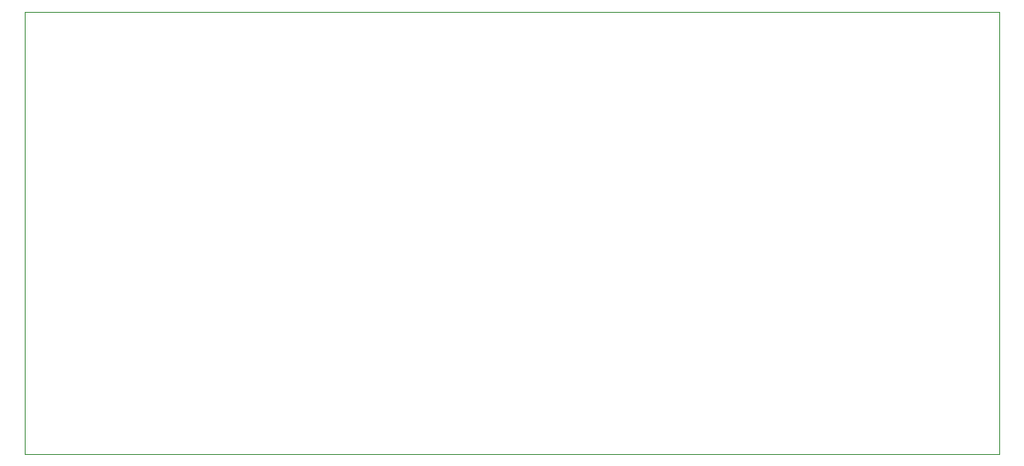
<source format=gbr>
%TF.GenerationSoftware,KiCad,Pcbnew,7.0.8*%
%TF.CreationDate,2026-01-30T12:59:00+01:00*%
%TF.ProjectId,colorswitch,636f6c6f-7273-4776-9974-63682e6b6963,rev?*%
%TF.SameCoordinates,Original*%
%TF.FileFunction,Profile,NP*%
%FSLAX46Y46*%
G04 Gerber Fmt 4.6, Leading zero omitted, Abs format (unit mm)*
G04 Created by KiCad (PCBNEW 7.0.8) date 2026-01-30 12:59:00*
%MOMM*%
%LPD*%
G01*
G04 APERTURE LIST*
%TA.AperFunction,Profile*%
%ADD10C,0.100000*%
%TD*%
G04 APERTURE END LIST*
D10*
X96962000Y-74830000D02*
X193675000Y-74830000D01*
X193675000Y-118830000D01*
X96962000Y-118830000D01*
X96962000Y-74830000D01*
M02*

</source>
